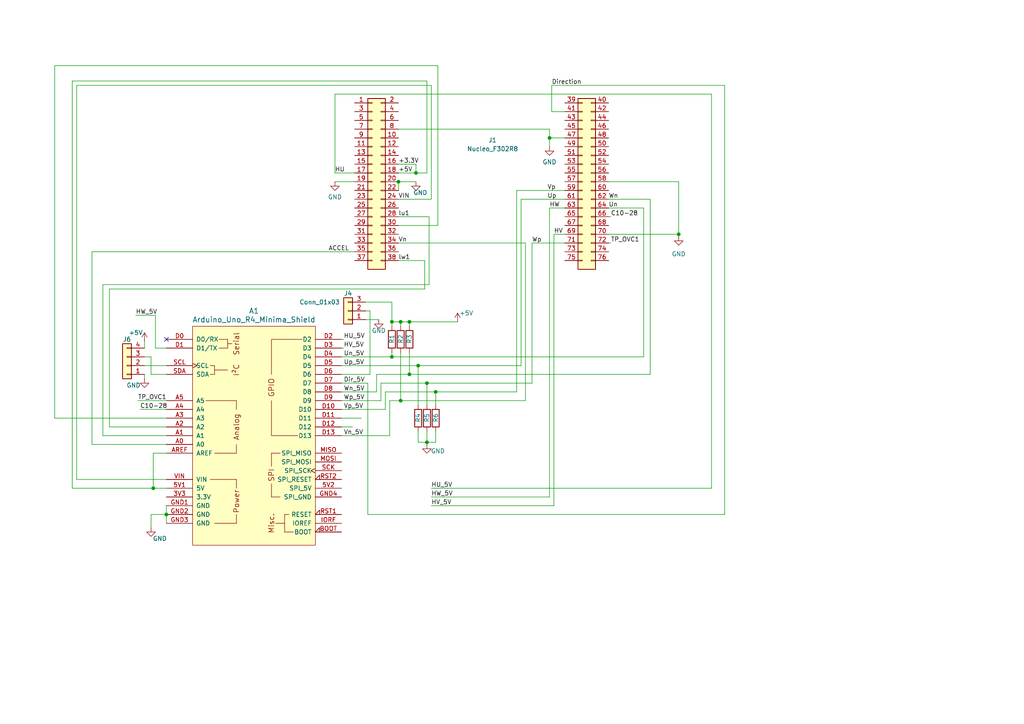
<source format=kicad_sch>
(kicad_sch (version 20230121) (generator eeschema)
  (paper "A4")
  (lib_symbols
    (symbol "Connector_Generic:Conn_01x03" (pin_names (offset 1.016) hide)
      (property "Reference" "J" (at 0 5.08 0))
      (property "Value" "Conn_01x03" (at 0 -5.08 0))
      (symbol "Conn_01x03_1_1"
        (rectangle (start -1.27 -2.413) (end 0 -2.667) (stroke (width 0.1524)))
        (rectangle (start -1.27 0.127) (end 0 -0.127) (stroke (width 0.1524)))
        (rectangle (start -1.27 2.667) (end 0 2.413) (stroke (width 0.1524)))
        (rectangle (start -1.27 3.81) (end 1.27 -3.81) (stroke (width 0.254)) (fill (type background)))
        (pin passive line (at -5.08 2.54 0) (length 3.81) (name "Pin_1") (number "1"))
        (pin passive line (at -5.08 0 0) (length 3.81) (name "Pin_2") (number "2"))
        (pin passive line (at -5.08 -2.54 0) (length 3.81) (name "Pin_3") (number "3"))
      )
    )
    (symbol "Connector_Generic:Conn_01x04" (pin_names (offset 1.016) hide)
      (property "Reference" "J" (at 0 5.08 0))
      (property "Value" "Conn_01x04" (at 0 -7.62 0))
      (symbol "Conn_01x04_1_1"
        (rectangle (start -1.27 -4.953) (end 0 -5.207) (stroke (width 0.1524)))
        (rectangle (start -1.27 -2.413) (end 0 -2.667) (stroke (width 0.1524)))
        (rectangle (start -1.27 0.127) (end 0 -0.127) (stroke (width 0.1524)))
        (rectangle (start -1.27 2.667) (end 0 2.413) (stroke (width 0.1524)))
        (rectangle (start -1.27 3.81) (end 1.27 -6.35) (stroke (width 0.254)) (fill (type background)))
        (pin passive line (at -5.08 2.54 0) (length 3.81) (name "Pin_1") (number "1"))
        (pin passive line (at -5.08 0 0) (length 3.81) (name "Pin_2") (number "2"))
        (pin passive line (at -5.08 -2.54 0) (length 3.81) (name "Pin_3") (number "3"))
        (pin passive line (at -5.08 -5.08 0) (length 3.81) (name "Pin_4") (number "4"))
      )
    )
    (symbol "Device:R" (pin_numbers hide) (pin_names (offset 0))
      (property "Reference" "R" (at 2.032 0 90))
      (property "Value" "R" (at 0 0 90))
      (symbol "R_0_1"
        (rectangle (start -1.016 -2.54) (end 1.016 2.54) (stroke (width 0.254)))
      )
      (symbol "R_1_1"
        (pin passive line (at 0 3.81 270) (length 1.27) (name "~") (number "1"))
        (pin passive line (at 0 -3.81 90) (length 1.27) (name "~") (number "2"))
      )
    )
    (symbol "arduino-library:Arduino_Uno_R4_Minima_Shield" (pin_names (offset 1.016))
      (property "Reference" "A" (at 0 38.1 0))
      (property "Value" "Arduino_Uno_R4_Minima_Shield" (at 0 34.29 0))
      (symbol "Arduino_Uno_R4_Minima_Shield_0_0"
        (rectangle (start -17.78 31.75) (end 17.78 -31.75) (fill (type background)))
        (rectangle (start -12.7 -12.7) (end -5.08 -12.7))
        (rectangle (start -11.43 -25.4) (end -5.08 -25.4))
        (polyline (pts (xy -11.43 19.05) (xy -7.62 19.05)))
        (polyline (pts (xy -7.62 26.67) (xy -6.35 26.67)))
        (polyline (pts (xy -5.08 -25.4) (xy -5.08 -22.86)))
        (polyline (pts (xy -5.08 -13.97) (xy -5.08 -15.24)))
        (polyline (pts (xy -5.08 -12.7) (xy -5.08 -13.97)))
        (polyline (pts (xy -5.08 -2.54) (xy -5.08 -5.08) (xy -11.43 -5.08)))
        (polyline (pts (xy -5.08 7.62) (xy -5.08 10.16) (xy -13.97 10.16)))
        (polyline (pts (xy 5.08 10.16) (xy 5.08 0) (xy 12.7 0)))
        (polyline (pts (xy 5.08 17.78) (xy 5.08 27.94) (xy 13.97 27.94)))
        (polyline (pts (xy -12.7 20.32) (xy -11.43 20.32) (xy -11.43 17.78) (xy -12.7 17.78)))
        (polyline (pts (xy -10.16 27.94) (xy -7.62 27.94) (xy -7.62 25.4) (xy -10.16 25.4)))
        (rectangle (start 5.08 -17.78) (end 5.08 -13.97))
        (rectangle (start 5.08 -17.78) (end 7.62 -17.78))
        (rectangle (start 5.08 -8.89) (end 5.08 -5.08))
        (rectangle (start 7.62 -5.08) (end 5.08 -5.08))
        (rectangle (start 8.89 -27.94) (end 11.43 -27.94))
        (rectangle (start 8.89 -25.4) (end 6.35 -25.4))
        (rectangle (start 8.89 -22.86) (end 8.89 -27.94))
        (rectangle (start 10.16 -22.86) (end 8.89 -22.86))
        (text "Analog" (at -5.08 2.54 900) (effects (font (size 1.524 1.524))))
        (text "I²C" (at -5.08 19.05 900) (effects (font (size 1.524 1.524))))
        (text "Misc." (at 5.08 -25.4 900) (effects (font (size 1.524 1.524))))
        (text "Power" (at -5.08 -19.05 900) (effects (font (size 1.524 1.524))))
        (text "Serial" (at -5.08 26.67 900) (effects (font (size 1.524 1.524))))
        (text "SPI" (at 5.08 -11.43 900) (effects (font (size 1.524 1.524))))
      )
      (symbol "Arduino_Uno_R4_Minima_Shield_1_0"
        (text "GPIO" (at 5.08 13.97 900) (effects (font (size 1.524 1.524))))
      )
      (symbol "Arduino_Uno_R4_Minima_Shield_1_1"
        (pin power_out line (at -25.4 -17.78 0) (length 7.62) (name "3.3V") (number "3V3"))
        (pin power_in line (at -25.4 -15.24 0) (length 7.62) (name "5V") (number "5V1"))
        (pin power_in line (at 25.4 -15.24 180) (length 7.62) (name "SPI_5V") (number "5V2"))
        (pin bidirectional line (at -25.4 -2.54 0) (length 7.62) (name "A0") (number "A0"))
        (pin bidirectional line (at -25.4 0 0) (length 7.62) (name "A1") (number "A1"))
        (pin bidirectional line (at -25.4 2.54 0) (length 7.62) (name "A2") (number "A2"))
        (pin bidirectional line (at -25.4 5.08 0) (length 7.62) (name "A3") (number "A3"))
        (pin bidirectional line (at -25.4 7.62 0) (length 7.62) (name "A4") (number "A4"))
        (pin bidirectional line (at -25.4 10.16 0) (length 7.62) (name "A5") (number "A5"))
        (pin input line (at -25.4 -5.08 0) (length 7.62) (name "AREF") (number "AREF"))
        (pin input input_low (at 25.4 -27.94 180) (length 7.62) (name "BOOT") (number "BOOT"))
        (pin bidirectional line (at -25.4 27.94 0) (length 7.62) (name "D0/RX") (number "D0"))
        (pin bidirectional line (at -25.4 25.4 0) (length 7.62) (name "D1/TX") (number "D1"))
        (pin bidirectional line (at 25.4 7.62 180) (length 7.62) (name "D10") (number "D10"))
        (pin bidirectional line (at 25.4 5.08 180) (length 7.62) (name "D11") (number "D11"))
        (pin bidirectional line (at 25.4 2.54 180) (length 7.62) (name "D12") (number "D12"))
        (pin bidirectional line (at 25.4 0 180) (length 7.62) (name "D13") (number "D13"))
        (pin bidirectional line (at 25.4 27.94 180) (length 7.62) (name "D2") (number "D2"))
        (pin bidirectional line (at 25.4 25.4 180) (length 7.62) (name "D3") (number "D3"))
        (pin bidirectional line (at 25.4 22.86 180) (length 7.62) (name "D4") (number "D4"))
        (pin bidirectional line (at 25.4 20.32 180) (length 7.62) (name "D5") (number "D5"))
        (pin bidirectional line (at 25.4 17.78 180) (length 7.62) (name "D6") (number "D6"))
        (pin bidirectional line (at 25.4 15.24 180) (length 7.62) (name "D7") (number "D7"))
        (pin bidirectional line (at 25.4 12.7 180) (length 7.62) (name "D8") (number "D8"))
        (pin bidirectional line (at 25.4 10.16 180) (length 7.62) (name "D9") (number "D9"))
        (pin power_in line (at -25.4 -20.32 0) (length 7.62) (name "GND") (number "GND1"))
        (pin power_in line (at -25.4 -22.86 0) (length 7.62) (name "GND") (number "GND2"))
        (pin power_in line (at -25.4 -25.4 0) (length 7.62) (name "GND") (number "GND3"))
        (pin power_in line (at 25.4 -17.78 180) (length 7.62) (name "SPI_GND") (number "GND4"))
        (pin output line (at 25.4 -25.4 180) (length 7.62) (name "IOREF") (number "IORF"))
        (pin input line (at 25.4 -5.08 180) (length 7.62) (name "SPI_MISO") (number "MISO"))
        (pin output line (at 25.4 -7.62 180) (length 7.62) (name "SPI_MOSI") (number "MOSI"))
        (pin open_collector input_low (at 25.4 -22.86 180) (length 7.62) (name "RESET") (number "RST1"))
        (pin open_collector input_low (at 25.4 -12.7 180) (length 7.62) (name "SPI_RESET") (number "RST2"))
        (pin output clock (at 25.4 -10.16 180) (length 7.62) (name "SPI_SCK") (number "SCK"))
        (pin bidirectional clock (at -25.4 20.32 0) (length 7.62) (name "SCL") (number "SCL"))
        (pin bidirectional line (at -25.4 17.78 0) (length 7.62) (name "SDA") (number "SDA"))
        (pin power_in line (at -25.4 -12.7 0) (length 7.62) (name "VIN") (number "VIN"))
      )
    )
    (symbol "c:Nucleo_F302R8" (pin_names (offset 1.016) hide)
      (property "Reference" "J" (at 1.27 25.4 0))
      (property "Value" "Nucleo_F302R8" (at 1.27 -27.94 0))
      (symbol "Nucleo_F302R8_1_1"
        (rectangle (start -1.27 -22.733) (end 0 -22.987) (stroke (width 0.1524)))
        (rectangle (start -1.27 -20.193) (end 0 -20.447) (stroke (width 0.1524)))
        (rectangle (start -1.27 -17.653) (end 0 -17.907) (stroke (width 0.1524)))
        (rectangle (start -1.27 -15.113) (end 0 -15.367) (stroke (width 0.1524)))
        (rectangle (start -1.27 -12.573) (end 0 -12.827) (stroke (width 0.1524)))
        (rectangle (start -1.27 -10.033) (end 0 -10.287) (stroke (width 0.1524)))
        (rectangle (start -1.27 -7.493) (end 0 -7.747) (stroke (width 0.1524)))
        (rectangle (start -1.27 -4.953) (end 0 -5.207) (stroke (width 0.1524)))
        (rectangle (start -1.27 -2.413) (end 0 -2.667) (stroke (width 0.1524)))
        (rectangle (start -1.27 0.127) (end 0 -0.127) (stroke (width 0.1524)))
        (rectangle (start -1.27 2.667) (end 0 2.413) (stroke (width 0.1524)))
        (rectangle (start -1.27 5.207) (end 0 4.953) (stroke (width 0.1524)))
        (rectangle (start -1.27 7.747) (end 0 7.493) (stroke (width 0.1524)))
        (rectangle (start -1.27 10.287) (end 0 10.033) (stroke (width 0.1524)))
        (rectangle (start -1.27 12.827) (end 0 12.573) (stroke (width 0.1524)))
        (rectangle (start -1.27 15.367) (end 0 15.113) (stroke (width 0.1524)))
        (rectangle (start -1.27 17.907) (end 0 17.653) (stroke (width 0.1524)))
        (rectangle (start -1.27 20.447) (end 0 20.193) (stroke (width 0.1524)))
        (rectangle (start -1.27 22.987) (end 0 22.733) (stroke (width 0.1524)))
        (rectangle (start -1.27 24.13) (end 3.81 -25.4) (stroke (width 0.254)) (fill (type background)))
        (rectangle (start 3.81 -22.733) (end 2.54 -22.987) (stroke (width 0.1524)))
        (rectangle (start 3.81 -20.193) (end 2.54 -20.447) (stroke (width 0.1524)))
        (rectangle (start 3.81 -17.653) (end 2.54 -17.907) (stroke (width 0.1524)))
        (rectangle (start 3.81 -15.113) (end 2.54 -15.367) (stroke (width 0.1524)))
        (rectangle (start 3.81 -12.573) (end 2.54 -12.827) (stroke (width 0.1524)))
        (rectangle (start 3.81 -10.033) (end 2.54 -10.287) (stroke (width 0.1524)))
        (rectangle (start 3.81 -7.493) (end 2.54 -7.747) (stroke (width 0.1524)))
        (rectangle (start 3.81 -4.953) (end 2.54 -5.207) (stroke (width 0.1524)))
        (rectangle (start 3.81 -2.413) (end 2.54 -2.667) (stroke (width 0.1524)))
        (rectangle (start 3.81 0.127) (end 2.54 -0.127) (stroke (width 0.1524)))
        (rectangle (start 3.81 2.667) (end 2.54 2.413) (stroke (width 0.1524)))
        (rectangle (start 3.81 5.207) (end 2.54 4.953) (stroke (width 0.1524)))
        (rectangle (start 3.81 7.747) (end 2.54 7.493) (stroke (width 0.1524)))
        (rectangle (start 3.81 10.287) (end 2.54 10.033) (stroke (width 0.1524)))
        (rectangle (start 3.81 12.827) (end 2.54 12.573) (stroke (width 0.1524)))
        (rectangle (start 3.81 15.367) (end 2.54 15.113) (stroke (width 0.1524)))
        (rectangle (start 3.81 17.907) (end 2.54 17.653) (stroke (width 0.1524)))
        (rectangle (start 3.81 20.447) (end 2.54 20.193) (stroke (width 0.1524)))
        (rectangle (start 3.81 22.987) (end 2.54 22.733) (stroke (width 0.1524)))
        (rectangle (start 59.69 -22.733) (end 60.96 -22.987) (stroke (width 0.1524)))
        (rectangle (start 59.69 -20.193) (end 60.96 -20.447) (stroke (width 0.1524)))
        (rectangle (start 59.69 -17.653) (end 60.96 -17.907) (stroke (width 0.1524)))
        (rectangle (start 59.69 -15.113) (end 60.96 -15.367) (stroke (width 0.1524)))
        (rectangle (start 59.69 -12.573) (end 60.96 -12.827) (stroke (width 0.1524)))
        (rectangle (start 59.69 -10.033) (end 60.96 -10.287) (stroke (width 0.1524)))
        (rectangle (start 59.69 -7.493) (end 60.96 -7.747) (stroke (width 0.1524)))
        (rectangle (start 59.69 -4.953) (end 60.96 -5.207) (stroke (width 0.1524)))
        (rectangle (start 59.69 -2.413) (end 60.96 -2.667) (stroke (width 0.1524)))
        (rectangle (start 59.69 0.127) (end 60.96 -0.127) (stroke (width 0.1524)))
        (rectangle (start 59.69 2.667) (end 60.96 2.413) (stroke (width 0.1524)))
        (rectangle (start 59.69 5.207) (end 60.96 4.953) (stroke (width 0.1524)))
        (rectangle (start 59.69 7.747) (end 60.96 7.493) (stroke (width 0.1524)))
        (rectangle (start 59.69 10.287) (end 60.96 10.033) (stroke (width 0.1524)))
        (rectangle (start 59.69 12.827) (end 60.96 12.573) (stroke (width 0.1524)))
        (rectangle (start 59.69 15.367) (end 60.96 15.113) (stroke (width 0.1524)))
        (rectangle (start 59.69 17.907) (end 60.96 17.653) (stroke (width 0.1524)))
        (rectangle (start 59.69 20.447) (end 60.96 20.193) (stroke (width 0.1524)))
        (rectangle (start 59.69 22.987) (end 60.96 22.733) (stroke (width 0.1524)))
        (rectangle (start 59.69 24.13) (end 64.77 -25.4) (stroke (width 0.254)) (fill (type background)))
        (rectangle (start 64.77 -22.733) (end 63.5 -22.987) (stroke (width 0.1524)))
        (rectangle (start 64.77 -20.193) (end 63.5 -20.447) (stroke (width 0.1524)))
        (rectangle (start 64.77 -17.653) (end 63.5 -17.907) (stroke (width 0.1524)))
        (rectangle (start 64.77 -15.113) (end 63.5 -15.367) (stroke (width 0.1524)))
        (rectangle (start 64.77 -12.573) (end 63.5 -12.827) (stroke (width 0.1524)))
        (rectangle (start 64.77 -10.033) (end 63.5 -10.287) (stroke (width 0.1524)))
        (rectangle (start 64.77 -7.493) (end 63.5 -7.747) (stroke (width 0.1524)))
        (rectangle (start 64.77 -4.953) (end 63.5 -5.207) (stroke (width 0.1524)))
        (rectangle (start 64.77 -2.413) (end 63.5 -2.667) (stroke (width 0.1524)))
        (rectangle (start 64.77 0.127) (end 63.5 -0.127) (stroke (width 0.1524)))
        (rectangle (start 64.77 2.667) (end 63.5 2.413) (stroke (width 0.1524)))
        (rectangle (start 64.77 5.207) (end 63.5 4.953) (stroke (width 0.1524)))
        (rectangle (start 64.77 7.747) (end 63.5 7.493) (stroke (width 0.1524)))
        (rectangle (start 64.77 10.287) (end 63.5 10.033) (stroke (width 0.1524)))
        (rectangle (start 64.77 12.827) (end 63.5 12.573) (stroke (width 0.1524)))
        (rectangle (start 64.77 15.367) (end 63.5 15.113) (stroke (width 0.1524)))
        (rectangle (start 64.77 17.907) (end 63.5 17.653) (stroke (width 0.1524)))
        (rectangle (start 64.77 20.447) (end 63.5 20.193) (stroke (width 0.1524)))
        (rectangle (start 64.77 22.987) (end 63.5 22.733) (stroke (width 0.1524)))
        (pin passive line (at -5.08 22.86 0) (length 3.81) (name "Pin_1") (number "1"))
        (pin passive line (at 7.62 12.7 180) (length 3.81) (name "Pin_10") (number "10"))
        (pin passive line (at -5.08 10.16 0) (length 3.81) (name "Pin_11") (number "11"))
        (pin passive line (at 7.62 10.16 180) (length 3.81) (name "Pin_12") (number "12"))
        (pin passive line (at -5.08 7.62 0) (length 3.81) (name "Pin_13") (number "13"))
        (pin passive line (at 7.62 7.62 180) (length 3.81) (name "Pin_14") (number "14"))
        (pin passive line (at -5.08 5.08 0) (length 3.81) (name "Pin_15") (number "15"))
        (pin passive line (at 7.62 5.08 180) (length 3.81) (name "Pin_16") (number "16"))
        (pin passive line (at -5.08 2.54 0) (length 3.81) (name "Pin_17") (number "17"))
        (pin passive line (at 7.62 2.54 180) (length 3.81) (name "Pin_18") (number "18"))
        (pin passive line (at -5.08 0 0) (length 3.81) (name "Pin_19") (number "19"))
        (pin passive line (at 7.62 22.86 180) (length 3.81) (name "Pin_2") (number "2"))
        (pin passive line (at 7.62 0 180) (length 3.81) (name "Pin_20") (number "20"))
        (pin passive line (at -5.08 -2.54 0) (length 3.81) (name "Pin_21") (number "21"))
        (pin passive line (at 7.62 -2.54 180) (length 3.81) (name "Pin_22") (number "22"))
        (pin passive line (at -5.08 -5.08 0) (length 3.81) (name "Pin_23") (number "23"))
        (pin passive line (at 7.62 -5.08 180) (length 3.81) (name "Pin_24") (number "24"))
        (pin passive line (at -5.08 -7.62 0) (length 3.81) (name "Pin_25") (number "25"))
        (pin passive line (at 7.62 -7.62 180) (length 3.81) (name "Pin_26") (number "26"))
        (pin passive line (at -5.08 -10.16 0) (length 3.81) (name "Pin_27") (number "27"))
        (pin passive line (at 7.62 -10.16 180) (length 3.81) (name "Pin_28") (number "28"))
        (pin passive line (at -5.08 -12.7 0) (length 3.81) (name "Pin_29") (number "29"))
        (pin passive line (at -5.08 20.32 0) (length 3.81) (name "Pin_3") (number "3"))
        (pin passive line (at 7.62 -12.7 180) (length 3.81) (name "Pin_30") (number "30"))
        (pin passive line (at -5.08 -15.24 0) (length 3.81) (name "Pin_31") (number "31"))
        (pin passive line (at 7.62 -15.24 180) (length 3.81) (name "Pin_32") (number "32"))
        (pin passive line (at -5.08 -17.78 0) (length 3.81) (name "Pin_33") (number "33"))
        (pin passive line (at 7.62 -17.78 180) (length 3.81) (name "Pin_34") (number "34"))
        (pin passive line (at -5.08 -20.32 0) (length 3.81) (name "Pin_35") (number "35"))
        (pin passive line (at 7.62 -20.32 180) (length 3.81) (name "Pin_36") (number "36"))
        (pin passive line (at -5.08 -22.86 0) (length 3.81) (name "Pin_37") (number "37"))
        (pin passive line (at 7.62 -22.86 180) (length 3.81) (name "Pin_38") (number "38"))
        (pin passive line (at 55.88 22.86 0) (length 3.81) (name "39") (number "39"))
        (pin passive line (at 7.62 20.32 180) (length 3.81) (name "Pin_4") (number "4"))
        (pin passive line (at 68.58 22.86 180) (length 3.81) (name "40") (number "40"))
        (pin passive line (at 55.88 20.32 0) (length 3.81) (name "41") (number "41"))
        (pin passive line (at 68.58 20.32 180) (length 3.81) (name "42") (number "42"))
        (pin passive line (at 55.88 17.78 0) (length 3.81) (name "43") (number "43"))
        (pin passive line (at 68.58 17.78 180) (length 3.81) (name "44") (number "44"))
        (pin passive line (at 55.88 15.24 0) (length 3.81) (name "45") (number "45"))
        (pin passive line (at 68.58 15.24 180) (length 3.81) (name "46") (number "46"))
        (pin passive line (at 55.88 12.7 0) (length 3.81) (name "47") (number "47"))
        (pin passive line (at 68.58 12.7 180) (length 3.81) (name "48") (number "48"))
        (pin passive line (at 55.88 10.16 0) (length 3.81) (name "49") (number "49"))
        (pin passive line (at -5.08 17.78 0) (length 3.81) (name "Pin_5") (number "5"))
        (pin passive line (at 68.58 10.16 180) (length 3.81) (name "50") (number "50"))
        (pin passive line (at 55.88 7.62 0) (length 3.81) (name "51") (number "51"))
        (pin passive line (at 68.58 7.62 180) (length 3.81) (name "52") (number "52"))
        (pin passive line (at 55.88 5.08 0) (length 3.81) (name "53") (number "53"))
        (pin passive line (at 68.58 5.08 180) (length 3.81) (name "54") (number "54"))
        (pin passive line (at 55.88 2.54 0) (length 3.81) (name "55") (number "55"))
        (pin passive line (at 68.58 2.54 180) (length 3.81) (name "56") (number "56"))
        (pin passive line (at 55.88 0 0) (length 3.81) (name "57") (number "57"))
        (pin passive line (at 68.58 0 180) (length 3.81) (name "58") (number "58"))
        (pin passive line (at 55.88 -2.54 0) (length 3.81) (name "59") (number "59"))
        (pin passive line (at 7.62 17.78 180) (length 3.81) (name "Pin_6") (number "6"))
        (pin passive line (at 68.58 -2.54 180) (length 3.81) (name "60") (number "60"))
        (pin passive line (at 55.88 -5.08 0) (length 3.81) (name "61") (number "61"))
        (pin passive line (at 68.58 -5.08 180) (length 3.81) (name "62") (number "62"))
        (pin passive line (at 55.88 -7.62 0) (length 3.81) (name "63") (number "63"))
        (pin passive line (at 68.58 -7.62 180) (length 3.81) (name "64") (number "64"))
        (pin passive line (at 55.88 -10.16 0) (length 3.81) (name "65") (number "65"))
        (pin passive line (at 68.58 -10.16 180) (length 3.81) (name "66") (number "66"))
        (pin passive line (at 55.88 -12.7 0) (length 3.81) (name "67") (number "67"))
        (pin passive line (at 68.58 -12.7 180) (length 3.81) (name "68") (number "68"))
        (pin passive line (at 55.88 -15.24 0) (length 3.81) (name "69") (number "69"))
        (pin passive line (at -5.08 15.24 0) (length 3.81) (name "Pin_7") (number "7"))
        (pin passive line (at 68.58 -15.24 180) (length 3.81) (name "70") (number "70"))
        (pin passive line (at 55.88 -17.78 0) (length 3.81) (name "71") (number "71"))
        (pin passive line (at 68.58 -17.78 180) (length 3.81) (name "72") (number "72"))
        (pin passive line (at 55.88 -20.32 0) (length 3.81) (name "73") (number "73"))
        (pin passive line (at 68.58 -20.32 180) (length 3.81) (name "74") (number "74"))
        (pin passive line (at 55.88 -22.86 0) (length 3.81) (name "75") (number "75"))
        (pin passive line (at 68.58 -22.86 180) (length 3.81) (name "76") (number "76"))
        (pin passive line (at 7.62 15.24 180) (length 3.81) (name "Pin_8") (number "8"))
        (pin passive line (at -5.08 12.7 0) (length 3.81) (name "Pin_9") (number "9"))
      )
    )
    (symbol "power:+5V" (power) (pin_names (offset 0))
      (property "Value" "+5V" (at 0 3.556 0))
      (symbol "+5V_0_1"
        (polyline (pts (xy -0.762 1.27) (xy 0 2.54)))
        (polyline (pts (xy 0 0) (xy 0 2.54)))
        (polyline (pts (xy 0 2.54) (xy 0.762 1.27)))
      )
      (symbol "+5V_1_1"
        (pin power_in line (at 0 0 90) (length 0) hide (name "+5V") (number "1"))
      )
    )
    (symbol "power:GND" (power) (pin_names (offset 0))
      (property "Value" "GND" (at 0 -3.81 0))
      (symbol "GND_0_1"
        (polyline (pts (xy 0 0) (xy 0 -1.27) (xy 1.27 -1.27) (xy 0 -2.54) (xy -1.27 -1.27) (xy 0 -1.27)))
      )
      (symbol "GND_1_1"
        (pin power_in line (at 0 0 270) (length 0) hide (name "GND") (number "1"))
      )
    )
  )
  (junction (at 120.65 50.165))
  (junction (at 123.825 111.125))
  (junction (at 44.45 141.605))
  (junction (at 116.205 116.205))
  (junction (at 118.745 108.585))
  (junction (at 126.365 113.665))
  (junction (at 196.85 67.945))
  (junction (at 121.285 106.045))
  (junction (at 115.57 52.705))
  (junction (at 48.26 149.225))
  (junction (at 118.745 93.345))
  (junction (at 123.825 128.27))
  (junction (at 116.205 93.345))
  (junction (at 113.665 103.505))
  (junction (at 159.385 40.005))
  (junction (at 113.665 93.345))
  (no_connect (at 48.26 98.425))
  (wire (pts (xy 113.665 87.63) (xy 113.665 93.345)))
  (wire (pts (xy 196.85 67.945) (xy 196.85 68.58)))
  (wire (pts (xy 120.65 50.165) (xy 123.825 50.165)))
  (wire (pts (xy 151.13 57.785) (xy 151.13 106.045)))
  (wire (pts (xy 109.22 108.585) (xy 118.745 108.585)))
  (wire (pts (xy 48.26 146.685) (xy 48.26 149.225)))
  (wire (pts (xy 97.155 52.705) (xy 102.87 52.705)))
  (wire (pts (xy 115.57 65.405) (xy 127 65.405)))
  (wire (pts (xy 115.57 50.165) (xy 120.65 50.165)))
  (wire (pts (xy 113.665 93.345) (xy 116.205 93.345)))
  (wire (pts (xy 163.83 40.005) (xy 159.385 40.005)))
  (wire (pts (xy 39.37 91.44) (xy 45.085 91.44)))
  (wire (pts (xy 107.315 90.17) (xy 107.315 108.585)))
  (wire (pts (xy 118.745 93.345) (xy 132.715 93.345)))
  (wire (pts (xy 41.91 106.045) (xy 48.26 106.045)))
  (wire (pts (xy 115.57 52.705) (xy 120.65 52.705)))
  (wire (pts (xy 126.365 113.665) (xy 126.365 117.475)))
  (wire (pts (xy 48.26 131.445) (xy 44.45 131.445)))
  (wire (pts (xy 123.19 83.82) (xy 31.75 83.82)))
  (wire (pts (xy 99.06 106.045) (xy 121.285 106.045)))
  (wire (pts (xy 123.825 50.165) (xy 123.825 23.495)))
  (wire (pts (xy 99.06 111.125) (xy 106.68 111.125)))
  (wire (pts (xy 41.91 103.505) (xy 43.815 103.505)))
  (wire (pts (xy 123.825 128.27) (xy 123.825 128.905)))
  (wire (pts (xy 159.385 60.325) (xy 159.385 144.145)))
  (wire (pts (xy 99.06 113.665) (xy 109.22 113.665)))
  (wire (pts (xy 43.815 103.505) (xy 43.815 108.585)))
  (wire (pts (xy 15.875 19.05) (xy 15.875 121.285)))
  (wire (pts (xy 113.665 103.505) (xy 186.69 103.505)))
  (wire (pts (xy 151.13 57.785) (xy 163.83 57.785)))
  (wire (pts (xy 45.085 91.44) (xy 45.085 100.965)))
  (wire (pts (xy 125.095 141.605) (xy 206.375 141.605)))
  (wire (pts (xy 206.375 27.305) (xy 206.375 141.605)))
  (wire (pts (xy 160.655 67.945) (xy 160.655 146.685)))
  (wire (pts (xy 118.745 102.235) (xy 118.745 108.585)))
  (wire (pts (xy 99.06 116.205) (xy 110.49 116.205)))
  (wire (pts (xy 106.045 87.63) (xy 113.665 87.63)))
  (wire (pts (xy 176.53 52.705) (xy 196.85 52.705)))
  (wire (pts (xy 120.65 47.625) (xy 120.65 50.165)))
  (wire (pts (xy 115.57 75.565) (xy 123.19 75.565)))
  (wire (pts (xy 22.225 24.765) (xy 22.225 139.065)))
  (wire (pts (xy 99.06 126.365) (xy 113.03 126.365)))
  (wire (pts (xy 109.22 113.665) (xy 109.22 108.585)))
  (wire (pts (xy 106.045 92.71) (xy 109.855 92.71)))
  (wire (pts (xy 26.67 128.905) (xy 48.26 128.905)))
  (wire (pts (xy 99.06 103.505) (xy 113.665 103.505)))
  (wire (pts (xy 111.76 113.665) (xy 126.365 113.665)))
  (wire (pts (xy 97.155 27.305) (xy 206.375 27.305)))
  (wire (pts (xy 110.49 111.125) (xy 123.825 111.125)))
  (wire (pts (xy 26.67 73.025) (xy 102.87 73.025)))
  (wire (pts (xy 40.64 118.745) (xy 48.26 118.745)))
  (wire (pts (xy 99.06 123.825) (xy 102.235 123.825)))
  (wire (pts (xy 106.68 149.225) (xy 210.185 149.225)))
  (wire (pts (xy 110.49 116.205) (xy 110.49 111.125)))
  (wire (pts (xy 116.205 102.235) (xy 116.205 116.205)))
  (wire (pts (xy 29.845 82.55) (xy 124.46 82.55)))
  (wire (pts (xy 188.595 57.785) (xy 188.595 108.585)))
  (wire (pts (xy 116.205 116.205) (xy 113.03 116.205)))
  (wire (pts (xy 125.095 144.145) (xy 159.385 144.145)))
  (wire (pts (xy 118.745 108.585) (xy 188.595 108.585)))
  (wire (pts (xy 210.185 24.765) (xy 210.185 149.225)))
  (wire (pts (xy 152.4 70.485) (xy 152.4 116.205)))
  (wire (pts (xy 163.83 32.385) (xy 160.02 32.385)))
  (wire (pts (xy 116.205 93.345) (xy 118.745 93.345)))
  (wire (pts (xy 113.03 116.205) (xy 113.03 126.365)))
  (wire (pts (xy 115.57 47.625) (xy 120.65 47.625)))
  (wire (pts (xy 29.845 82.55) (xy 29.845 126.365)))
  (wire (pts (xy 125.095 146.685) (xy 160.655 146.685)))
  (wire (pts (xy 149.86 55.245) (xy 149.86 113.665)))
  (wire (pts (xy 40.005 116.205) (xy 48.26 116.205)))
  (wire (pts (xy 115.57 62.865) (xy 124.46 62.865)))
  (wire (pts (xy 115.57 57.785) (xy 125.095 57.785)))
  (wire (pts (xy 44.45 131.445) (xy 44.45 141.605)))
  (wire (pts (xy 20.955 141.605) (xy 44.45 141.605)))
  (wire (pts (xy 113.665 93.345) (xy 113.665 94.615)))
  (wire (pts (xy 126.365 125.095) (xy 126.365 128.27)))
  (wire (pts (xy 99.06 121.285) (xy 104.775 121.285)))
  (wire (pts (xy 97.155 50.165) (xy 97.155 27.305)))
  (wire (pts (xy 159.385 40.005) (xy 159.385 42.545)))
  (wire (pts (xy 154.305 70.485) (xy 163.83 70.485)))
  (wire (pts (xy 123.825 23.495) (xy 20.955 23.495)))
  (wire (pts (xy 107.315 90.17) (xy 106.045 90.17)))
  (wire (pts (xy 160.655 67.945) (xy 163.83 67.945)))
  (wire (pts (xy 121.285 106.045) (xy 151.13 106.045)))
  (wire (pts (xy 124.46 82.55) (xy 124.46 62.865)))
  (wire (pts (xy 121.285 106.045) (xy 121.285 117.475)))
  (wire (pts (xy 31.75 123.825) (xy 48.26 123.825)))
  (wire (pts (xy 99.06 98.425) (xy 99.695 98.425)))
  (wire (pts (xy 48.26 149.225) (xy 43.815 149.225)))
  (wire (pts (xy 123.19 83.82) (xy 123.19 75.565)))
  (wire (pts (xy 126.365 128.27) (xy 123.825 128.27)))
  (wire (pts (xy 123.825 117.475) (xy 123.825 111.125)))
  (wire (pts (xy 43.815 108.585) (xy 48.26 108.585)))
  (wire (pts (xy 176.53 67.945) (xy 196.85 67.945)))
  (wire (pts (xy 127 19.05) (xy 15.875 19.05)))
  (wire (pts (xy 177.165 70.485) (xy 176.53 70.485)))
  (wire (pts (xy 41.91 108.585) (xy 41.91 109.855)))
  (wire (pts (xy 125.095 57.785) (xy 125.095 24.765)))
  (wire (pts (xy 45.085 100.965) (xy 48.26 100.965)))
  (wire (pts (xy 99.06 118.745) (xy 111.76 118.745)))
  (wire (pts (xy 111.76 118.745) (xy 111.76 113.665)))
  (wire (pts (xy 160.02 24.765) (xy 210.185 24.765)))
  (wire (pts (xy 121.285 125.095) (xy 121.285 128.27)))
  (wire (pts (xy 123.825 111.125) (xy 154.305 111.125)))
  (wire (pts (xy 115.57 37.465) (xy 159.385 37.465)))
  (wire (pts (xy 186.69 103.505) (xy 186.69 60.325)))
  (wire (pts (xy 99.06 100.965) (xy 99.695 100.965)))
  (wire (pts (xy 160.02 32.385) (xy 160.02 24.765)))
  (wire (pts (xy 116.205 116.205) (xy 152.4 116.205)))
  (wire (pts (xy 116.205 93.345) (xy 116.205 94.615)))
  (wire (pts (xy 106.68 149.225) (xy 106.68 111.125)))
  (wire (pts (xy 149.86 55.245) (xy 163.83 55.245)))
  (wire (pts (xy 154.305 70.485) (xy 154.305 111.125)))
  (wire (pts (xy 176.53 57.785) (xy 188.595 57.785)))
  (wire (pts (xy 127 65.405) (xy 127 19.05)))
  (wire (pts (xy 159.385 37.465) (xy 159.385 40.005)))
  (wire (pts (xy 20.955 23.495) (xy 20.955 141.605)))
  (wire (pts (xy 177.165 62.865) (xy 176.53 62.865)))
  (wire (pts (xy 43.815 149.225) (xy 43.815 153.035)))
  (wire (pts (xy 29.845 126.365) (xy 48.26 126.365)))
  (wire (pts (xy 123.825 128.27) (xy 121.285 128.27)))
  (wire (pts (xy 163.83 60.325) (xy 159.385 60.325)))
  (wire (pts (xy 118.745 93.345) (xy 118.745 94.615)))
  (wire (pts (xy 41.91 100.965) (xy 41.91 99.06)))
  (wire (pts (xy 115.57 70.485) (xy 152.4 70.485)))
  (wire (pts (xy 31.75 83.82) (xy 31.75 123.825)))
  (wire (pts (xy 125.095 24.765) (xy 22.225 24.765)))
  (wire (pts (xy 126.365 113.665) (xy 149.86 113.665)))
  (wire (pts (xy 97.155 50.165) (xy 102.87 50.165)))
  (wire (pts (xy 115.57 52.705) (xy 115.57 55.245)))
  (wire (pts (xy 123.825 125.095) (xy 123.825 128.27)))
  (wire (pts (xy 48.26 149.225) (xy 48.26 151.765)))
  (wire (pts (xy 196.85 52.705) (xy 196.85 67.945)))
  (wire (pts (xy 99.06 108.585) (xy 107.315 108.585)))
  (wire (pts (xy 44.45 141.605) (xy 48.26 141.605)))
  (wire (pts (xy 26.67 73.025) (xy 26.67 128.905)))
  (wire (pts (xy 15.875 121.285) (xy 48.26 121.285)))
  (wire (pts (xy 176.53 60.325) (xy 186.69 60.325)))
  (wire (pts (xy 113.665 102.235) (xy 113.665 103.505)))
  (wire (pts (xy 22.225 139.065) (xy 48.26 139.065)))
  (label "HW" (at 159.385 60.325 0))
  (label "C10-28" (at 40.64 118.745 0))
  (label "HU_5V" (at 125.095 141.605 0))
  (label "Up" (at 158.75 57.785 0))
  (label "HW_5V" (at 125.095 144.145 0))
  (label "VIN" (at 115.57 57.785 0))
  (label "Up_5V" (at 99.695 106.045 0))
  (label "Wp_5V" (at 99.695 116.205 0))
  (label "HV" (at 160.655 67.945 0))
  (label "HU_5V" (at 99.695 98.425 0))
  (label "Dir_5V" (at 99.695 111.125 0))
  (label "+5V" (at 115.57 50.165 0))
  (label "TP_OVC1" (at 40.005 116.205 0))
  (label "HW_5V" (at 39.37 91.44 0))
  (label "HU" (at 97.155 50.165 0))
  (label "TP_OVC1" (at 177.165 70.485 0))
  (label "Vn_5V" (at 99.695 126.365 0))
  (label "Wp" (at 154.305 70.485 0))
  (label "+3.3V" (at 115.57 47.625 0))
  (label "Vp_5V" (at 99.695 118.745 0))
  (label "lu1" (at 115.57 62.865 0))
  (label "Wn" (at 176.53 57.785 0))
  (label "lw1" (at 115.57 75.565 0))
  (label "Vp" (at 158.75 55.245 0))
  (label "C10-28" (at 177.165 62.865 0))
  (label "Un" (at 176.53 60.325 0))
  (label "ACCEL" (at 95.25 73.025 0))
  (label "Un_5V" (at 99.695 103.505 0))
  (label "HV_5V" (at 99.695 100.965 0))
  (label "HV_5V" (at 125.095 146.685 0))
  (label "Direction" (at 160.02 24.765 0))
  (label "Vn" (at 115.57 70.485 0))
  (label "Wn_5V" (at 99.695 113.665 0))
  (symbol (lib_id "Device:R") (at 116.205 98.425 0) (unit 1)
    (property "Reference" "R2" (at 116.205 99.695 90) (effects (justify left)))
    (property "Value" "R" (effects hide))
    (property "Footprint" "Resistor_THT:R_Axial_DIN0309_L9.0mm_D3.2mm_P12.70mm_Horizontal" (effects hide))
  )
  (symbol (lib_id "power:GND") (at 109.855 92.71 0) (unit 1)
    (property "Reference" "#PWR09" (effects hide))
    (property "Value" "GND" (at 109.855 95.885 0))
  )
  (symbol (lib_id "Connector_Generic:Conn_01x04") (at 36.83 106.045 180) (unit 1)
    (property "Reference" "J6" (at 36.83 98.425 0))
    (property "Value" "Conn_01x04" (effects hide))
    (property "Footprint" "Connector_PinHeader_2.54mm:PinHeader_1x04_P2.54mm_Vertical" (effects hide))
  )
  (symbol (lib_id "power:GND") (at 196.85 68.58 0) (unit 1)
    (property "Reference" "#PWR010" (effects hide))
    (property "Value" "GND" (at 196.85 73.66 0))
  )
  (symbol (lib_id "Device:R") (at 126.365 121.285 0) (unit 1)
    (property "Reference" "R6" (at 126.365 122.555 90) (effects (justify left)))
    (property "Value" "R" (effects hide))
    (property "Footprint" "Resistor_THT:R_Axial_DIN0309_L9.0mm_D3.2mm_P12.70mm_Horizontal" (effects hide))
  )
  (symbol (lib_id "power:GND") (at 41.91 109.855 0) (unit 1)
    (property "Reference" "#PWR011" (effects hide))
    (property "Value" "GND" (at 38.735 111.76 0))
  )
  (symbol (lib_id "power:+5V") (at 41.91 99.06 0) (unit 1)
    (property "Reference" "#PWR08" (effects hide))
    (property "Value" "+5V" (at 39.37 96.52 0))
  )
  (symbol (lib_id "Device:R") (at 123.825 121.285 0) (unit 1)
    (property "Reference" "R5" (at 123.825 122.555 90) (effects (justify left)))
    (property "Value" "R" (effects hide))
    (property "Footprint" "Resistor_THT:R_Axial_DIN0309_L9.0mm_D3.2mm_P12.70mm_Horizontal" (effects hide))
  )
  (symbol (lib_id "power:GND") (at 123.825 128.905 0) (unit 1)
    (property "Reference" "#PWR03" (effects hide))
    (property "Value" "GND" (at 127 130.81 0))
  )
  (symbol (lib_id "Device:R") (at 113.665 98.425 0) (unit 1)
    (property "Reference" "R1" (at 113.665 99.695 90) (effects (justify left)))
    (property "Value" "R" (effects hide))
    (property "Footprint" "Resistor_THT:R_Axial_DIN0309_L9.0mm_D3.2mm_P12.70mm_Horizontal" (effects hide))
  )
  (symbol (lib_id "arduino-library:Arduino_Uno_R4_Minima_Shield") (at 73.66 126.365 0) (unit 1)
    (property "Reference" "A1" (at 73.66 90.17 0) (effects (font (size 1.524 1.524))))
    (property "Value" "Arduino_Uno_R4_Minima_Shield" (at 73.66 92.71 0) (effects (font (size 1.524 1.524))))
    (property "Footprint" "arduino-library:Arduino_Uno_R4_Minima_Shield" (effects hide))
    (property "Datasheet" "https://docs.arduino.cc/hardware/uno-r4-minima" (effects hide))
  )
  (symbol (lib_id "Device:R") (at 118.745 98.425 0) (unit 1)
    (property "Reference" "R3" (at 118.745 99.695 90) (effects (justify left)))
    (property "Value" "R" (effects hide))
    (property "Footprint" "Resistor_THT:R_Axial_DIN0309_L9.0mm_D3.2mm_P12.70mm_Horizontal" (effects hide))
  )
  (symbol (lib_id "Connector_Generic:Conn_01x03") (at 100.965 90.17 180) (unit 1)
    (property "Reference" "J4" (at 100.965 85.09 0))
    (property "Value" "Conn_01x03" (at 92.71 87.63 0))
    (property "Footprint" "Connector_PinSocket_2.54mm:PinSocket_1x03_P2.54mm_Vertical" (effects hide))
  )
  (symbol (lib_id "power:GND") (at 159.385 42.545 0) (unit 1)
    (property "Reference" "#PWR012" (effects hide))
    (property "Value" "GND" (at 159.385 46.99 0))
  )
  (symbol (lib_id "power:GND") (at 120.65 52.705 0) (unit 1)
    (property "Reference" "#PWR013" (effects hide))
    (property "Value" "GND" (at 121.92 55.88 0))
  )
  (symbol (lib_id "c:Nucleo_F302R8") (at 107.95 52.705 0) (unit 1)
    (property "Reference" "J1" (at 142.875 40.64 0))
    (property "Value" "Nucleo_F302R8" (at 142.875 43.18 0))
    (property "Footprint" "a:Nucleo" (effects hide))
  )
  (symbol (lib_id "power:GND") (at 43.815 153.035 0) (unit 1)
    (property "Reference" "#PWR01" (effects hide))
    (property "Value" "GND" (at 46.355 156.21 0))
  )
  (symbol (lib_id "Device:R") (at 121.285 121.285 0) (unit 1)
    (property "Reference" "R4" (at 121.285 122.555 90) (effects (justify left)))
    (property "Value" "R" (effects hide))
    (property "Footprint" "Resistor_THT:R_Axial_DIN0309_L9.0mm_D3.2mm_P12.70mm_Horizontal" (effects hide))
  )
  (symbol (lib_id "power:+5V") (at 132.715 93.345 0) (unit 1)
    (property "Reference" "#PWR06" (effects hide))
    (property "Value" "+5V" (at 135.255 90.805 0))
  )
  (symbol (lib_id "power:GND") (at 97.155 52.705 0) (unit 1)
    (property "Reference" "#PWR014" (effects hide))
    (property "Value" "GND" (at 97.155 57.15 0))
  )
)
</source>
